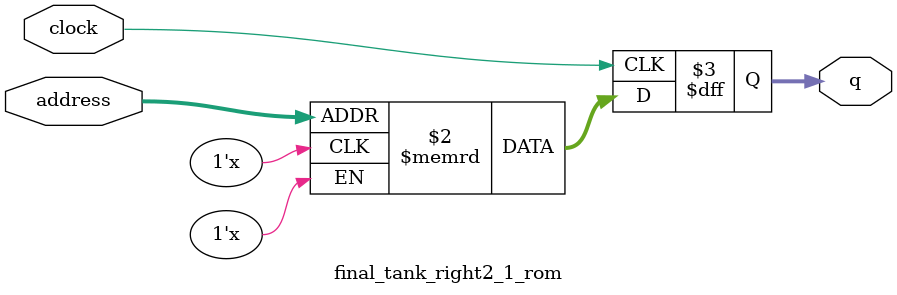
<source format=sv>
module final_tank_right2_1_rom (
	input logic clock,
	input logic [9:0] address,
	output logic [3:0] q
);

logic [3:0] memory [0:1023] /* synthesis ram_init_file = "./final_tank_right2_1/final_tank_right2_1.mif" */;

always_ff @ (posedge clock) begin
	q <= memory[address];
end

endmodule

</source>
